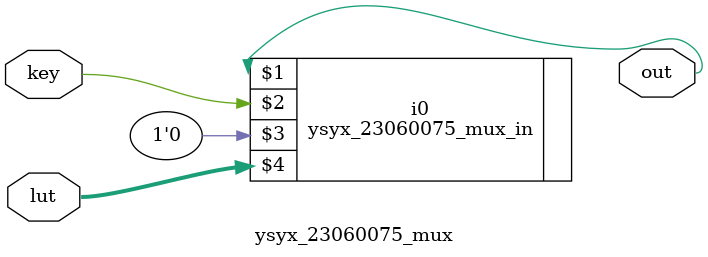
<source format=v>
module ysyx_23060075_mux #(
    parameter NR_KEY   = 2,
    parameter KEY_LEN  = 1,
    parameter DATA_LEN = 1
) (
    output [                   DATA_LEN-1:0] out,
    input  [                    KEY_LEN-1:0] key,
    input  [NR_KEY*(KEY_LEN + DATA_LEN)-1:0] lut
);

    ysyx_23060075_mux_in #(NR_KEY, KEY_LEN, DATA_LEN, 0) i0 (
        out,
        key,
        {DATA_LEN{1'b0}},
        lut
    );

endmodule

</source>
